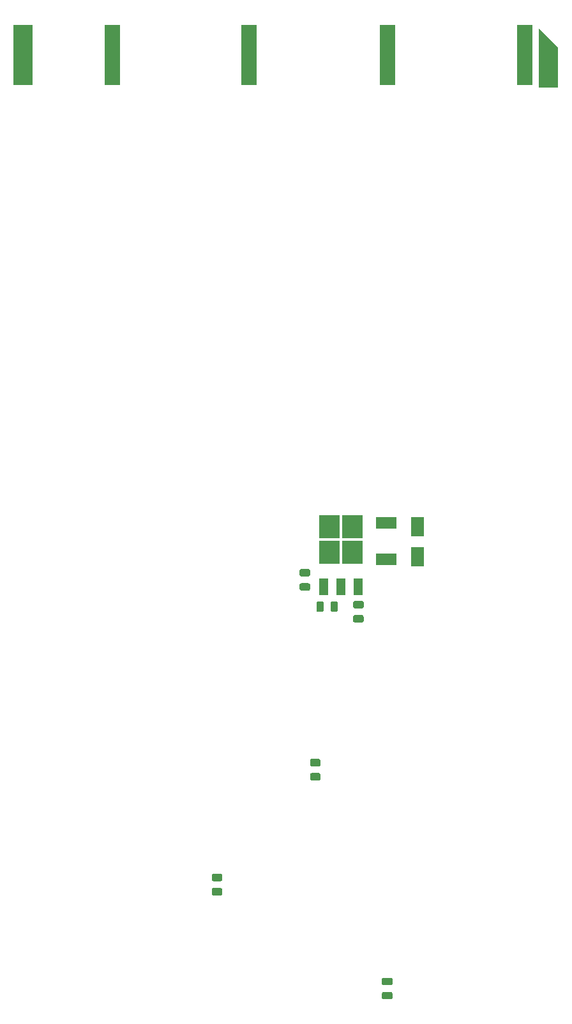
<source format=gbp>
G04 #@! TF.GenerationSoftware,KiCad,Pcbnew,5.1.5*
G04 #@! TF.CreationDate,2020-02-13T16:26:20+03:00*
G04 #@! TF.ProjectId,DC-Soft-Starter-V2,44432d53-6f66-4742-9d53-746172746572,rev?*
G04 #@! TF.SameCoordinates,Original*
G04 #@! TF.FileFunction,Paste,Bot*
G04 #@! TF.FilePolarity,Positive*
%FSLAX46Y46*%
G04 Gerber Fmt 4.6, Leading zero omitted, Abs format (unit mm)*
G04 Created by KiCad (PCBNEW 5.1.5) date 2020-02-13 16:26:20*
%MOMM*%
%LPD*%
G04 APERTURE LIST*
%ADD10R,2.000000X8.000000*%
%ADD11R,2.750000X3.050000*%
%ADD12R,1.200000X2.200000*%
%ADD13C,0.100000*%
%ADD14R,2.700000X1.500000*%
%ADD15R,1.800000X2.500000*%
%ADD16R,2.540000X8.060000*%
G04 APERTURE END LIST*
D10*
X93267000Y-16618800D03*
X75061931Y-16624800D03*
X56702000Y-16626800D03*
X38532000Y-16630800D03*
D11*
X67363000Y-82491800D03*
X70413000Y-79141800D03*
X70413000Y-82491800D03*
X67363000Y-79141800D03*
D12*
X66608000Y-87116800D03*
X68888000Y-87116800D03*
X71168000Y-87116800D03*
D13*
G36*
X97653500Y-15665800D02*
G01*
X97653500Y-20975800D01*
X95113500Y-20975800D01*
X95113500Y-13125800D01*
X97653500Y-15665800D01*
G37*
G36*
X68236642Y-89007974D02*
G01*
X68260303Y-89011484D01*
X68283507Y-89017296D01*
X68306029Y-89025354D01*
X68327653Y-89035582D01*
X68348170Y-89047879D01*
X68367383Y-89062129D01*
X68385107Y-89078193D01*
X68401171Y-89095917D01*
X68415421Y-89115130D01*
X68427718Y-89135647D01*
X68437946Y-89157271D01*
X68446004Y-89179793D01*
X68451816Y-89202997D01*
X68455326Y-89226658D01*
X68456500Y-89250550D01*
X68456500Y-90163050D01*
X68455326Y-90186942D01*
X68451816Y-90210603D01*
X68446004Y-90233807D01*
X68437946Y-90256329D01*
X68427718Y-90277953D01*
X68415421Y-90298470D01*
X68401171Y-90317683D01*
X68385107Y-90335407D01*
X68367383Y-90351471D01*
X68348170Y-90365721D01*
X68327653Y-90378018D01*
X68306029Y-90388246D01*
X68283507Y-90396304D01*
X68260303Y-90402116D01*
X68236642Y-90405626D01*
X68212750Y-90406800D01*
X67725250Y-90406800D01*
X67701358Y-90405626D01*
X67677697Y-90402116D01*
X67654493Y-90396304D01*
X67631971Y-90388246D01*
X67610347Y-90378018D01*
X67589830Y-90365721D01*
X67570617Y-90351471D01*
X67552893Y-90335407D01*
X67536829Y-90317683D01*
X67522579Y-90298470D01*
X67510282Y-90277953D01*
X67500054Y-90256329D01*
X67491996Y-90233807D01*
X67486184Y-90210603D01*
X67482674Y-90186942D01*
X67481500Y-90163050D01*
X67481500Y-89250550D01*
X67482674Y-89226658D01*
X67486184Y-89202997D01*
X67491996Y-89179793D01*
X67500054Y-89157271D01*
X67510282Y-89135647D01*
X67522579Y-89115130D01*
X67536829Y-89095917D01*
X67552893Y-89078193D01*
X67570617Y-89062129D01*
X67589830Y-89047879D01*
X67610347Y-89035582D01*
X67631971Y-89025354D01*
X67654493Y-89017296D01*
X67677697Y-89011484D01*
X67701358Y-89007974D01*
X67725250Y-89006800D01*
X68212750Y-89006800D01*
X68236642Y-89007974D01*
G37*
G36*
X66361642Y-89007974D02*
G01*
X66385303Y-89011484D01*
X66408507Y-89017296D01*
X66431029Y-89025354D01*
X66452653Y-89035582D01*
X66473170Y-89047879D01*
X66492383Y-89062129D01*
X66510107Y-89078193D01*
X66526171Y-89095917D01*
X66540421Y-89115130D01*
X66552718Y-89135647D01*
X66562946Y-89157271D01*
X66571004Y-89179793D01*
X66576816Y-89202997D01*
X66580326Y-89226658D01*
X66581500Y-89250550D01*
X66581500Y-90163050D01*
X66580326Y-90186942D01*
X66576816Y-90210603D01*
X66571004Y-90233807D01*
X66562946Y-90256329D01*
X66552718Y-90277953D01*
X66540421Y-90298470D01*
X66526171Y-90317683D01*
X66510107Y-90335407D01*
X66492383Y-90351471D01*
X66473170Y-90365721D01*
X66452653Y-90378018D01*
X66431029Y-90388246D01*
X66408507Y-90396304D01*
X66385303Y-90402116D01*
X66361642Y-90405626D01*
X66337750Y-90406800D01*
X65850250Y-90406800D01*
X65826358Y-90405626D01*
X65802697Y-90402116D01*
X65779493Y-90396304D01*
X65756971Y-90388246D01*
X65735347Y-90378018D01*
X65714830Y-90365721D01*
X65695617Y-90351471D01*
X65677893Y-90335407D01*
X65661829Y-90317683D01*
X65647579Y-90298470D01*
X65635282Y-90277953D01*
X65625054Y-90256329D01*
X65616996Y-90233807D01*
X65611184Y-90210603D01*
X65607674Y-90186942D01*
X65606500Y-90163050D01*
X65606500Y-89250550D01*
X65607674Y-89226658D01*
X65611184Y-89202997D01*
X65616996Y-89179793D01*
X65625054Y-89157271D01*
X65635282Y-89135647D01*
X65647579Y-89115130D01*
X65661829Y-89095917D01*
X65677893Y-89078193D01*
X65695617Y-89062129D01*
X65714830Y-89047879D01*
X65735347Y-89035582D01*
X65756971Y-89025354D01*
X65779493Y-89017296D01*
X65802697Y-89011484D01*
X65826358Y-89007974D01*
X65850250Y-89006800D01*
X66337750Y-89006800D01*
X66361642Y-89007974D01*
G37*
G36*
X64557142Y-86616474D02*
G01*
X64580803Y-86619984D01*
X64604007Y-86625796D01*
X64626529Y-86633854D01*
X64648153Y-86644082D01*
X64668670Y-86656379D01*
X64687883Y-86670629D01*
X64705607Y-86686693D01*
X64721671Y-86704417D01*
X64735921Y-86723630D01*
X64748218Y-86744147D01*
X64758446Y-86765771D01*
X64766504Y-86788293D01*
X64772316Y-86811497D01*
X64775826Y-86835158D01*
X64777000Y-86859050D01*
X64777000Y-87346550D01*
X64775826Y-87370442D01*
X64772316Y-87394103D01*
X64766504Y-87417307D01*
X64758446Y-87439829D01*
X64748218Y-87461453D01*
X64735921Y-87481970D01*
X64721671Y-87501183D01*
X64705607Y-87518907D01*
X64687883Y-87534971D01*
X64668670Y-87549221D01*
X64648153Y-87561518D01*
X64626529Y-87571746D01*
X64604007Y-87579804D01*
X64580803Y-87585616D01*
X64557142Y-87589126D01*
X64533250Y-87590300D01*
X63620750Y-87590300D01*
X63596858Y-87589126D01*
X63573197Y-87585616D01*
X63549993Y-87579804D01*
X63527471Y-87571746D01*
X63505847Y-87561518D01*
X63485330Y-87549221D01*
X63466117Y-87534971D01*
X63448393Y-87518907D01*
X63432329Y-87501183D01*
X63418079Y-87481970D01*
X63405782Y-87461453D01*
X63395554Y-87439829D01*
X63387496Y-87417307D01*
X63381684Y-87394103D01*
X63378174Y-87370442D01*
X63377000Y-87346550D01*
X63377000Y-86859050D01*
X63378174Y-86835158D01*
X63381684Y-86811497D01*
X63387496Y-86788293D01*
X63395554Y-86765771D01*
X63405782Y-86744147D01*
X63418079Y-86723630D01*
X63432329Y-86704417D01*
X63448393Y-86686693D01*
X63466117Y-86670629D01*
X63485330Y-86656379D01*
X63505847Y-86644082D01*
X63527471Y-86633854D01*
X63549993Y-86625796D01*
X63573197Y-86619984D01*
X63596858Y-86616474D01*
X63620750Y-86615300D01*
X64533250Y-86615300D01*
X64557142Y-86616474D01*
G37*
G36*
X64557142Y-84741474D02*
G01*
X64580803Y-84744984D01*
X64604007Y-84750796D01*
X64626529Y-84758854D01*
X64648153Y-84769082D01*
X64668670Y-84781379D01*
X64687883Y-84795629D01*
X64705607Y-84811693D01*
X64721671Y-84829417D01*
X64735921Y-84848630D01*
X64748218Y-84869147D01*
X64758446Y-84890771D01*
X64766504Y-84913293D01*
X64772316Y-84936497D01*
X64775826Y-84960158D01*
X64777000Y-84984050D01*
X64777000Y-85471550D01*
X64775826Y-85495442D01*
X64772316Y-85519103D01*
X64766504Y-85542307D01*
X64758446Y-85564829D01*
X64748218Y-85586453D01*
X64735921Y-85606970D01*
X64721671Y-85626183D01*
X64705607Y-85643907D01*
X64687883Y-85659971D01*
X64668670Y-85674221D01*
X64648153Y-85686518D01*
X64626529Y-85696746D01*
X64604007Y-85704804D01*
X64580803Y-85710616D01*
X64557142Y-85714126D01*
X64533250Y-85715300D01*
X63620750Y-85715300D01*
X63596858Y-85714126D01*
X63573197Y-85710616D01*
X63549993Y-85704804D01*
X63527471Y-85696746D01*
X63505847Y-85686518D01*
X63485330Y-85674221D01*
X63466117Y-85659971D01*
X63448393Y-85643907D01*
X63432329Y-85626183D01*
X63418079Y-85606970D01*
X63405782Y-85586453D01*
X63395554Y-85564829D01*
X63387496Y-85542307D01*
X63381684Y-85519103D01*
X63378174Y-85495442D01*
X63377000Y-85471550D01*
X63377000Y-84984050D01*
X63378174Y-84960158D01*
X63381684Y-84936497D01*
X63387496Y-84913293D01*
X63395554Y-84890771D01*
X63405782Y-84869147D01*
X63418079Y-84848630D01*
X63432329Y-84829417D01*
X63448393Y-84811693D01*
X63466117Y-84795629D01*
X63485330Y-84781379D01*
X63505847Y-84769082D01*
X63527471Y-84758854D01*
X63549993Y-84750796D01*
X63573197Y-84744984D01*
X63596858Y-84741474D01*
X63620750Y-84740300D01*
X64533250Y-84740300D01*
X64557142Y-84741474D01*
G37*
D14*
X74857000Y-78657800D03*
X74857000Y-83457800D03*
D13*
G36*
X52908942Y-126987974D02*
G01*
X52932603Y-126991484D01*
X52955807Y-126997296D01*
X52978329Y-127005354D01*
X52999953Y-127015582D01*
X53020470Y-127027879D01*
X53039683Y-127042129D01*
X53057407Y-127058193D01*
X53073471Y-127075917D01*
X53087721Y-127095130D01*
X53100018Y-127115647D01*
X53110246Y-127137271D01*
X53118304Y-127159793D01*
X53124116Y-127182997D01*
X53127626Y-127206658D01*
X53128800Y-127230550D01*
X53128800Y-127718050D01*
X53127626Y-127741942D01*
X53124116Y-127765603D01*
X53118304Y-127788807D01*
X53110246Y-127811329D01*
X53100018Y-127832953D01*
X53087721Y-127853470D01*
X53073471Y-127872683D01*
X53057407Y-127890407D01*
X53039683Y-127906471D01*
X53020470Y-127920721D01*
X52999953Y-127933018D01*
X52978329Y-127943246D01*
X52955807Y-127951304D01*
X52932603Y-127957116D01*
X52908942Y-127960626D01*
X52885050Y-127961800D01*
X51972550Y-127961800D01*
X51948658Y-127960626D01*
X51924997Y-127957116D01*
X51901793Y-127951304D01*
X51879271Y-127943246D01*
X51857647Y-127933018D01*
X51837130Y-127920721D01*
X51817917Y-127906471D01*
X51800193Y-127890407D01*
X51784129Y-127872683D01*
X51769879Y-127853470D01*
X51757582Y-127832953D01*
X51747354Y-127811329D01*
X51739296Y-127788807D01*
X51733484Y-127765603D01*
X51729974Y-127741942D01*
X51728800Y-127718050D01*
X51728800Y-127230550D01*
X51729974Y-127206658D01*
X51733484Y-127182997D01*
X51739296Y-127159793D01*
X51747354Y-127137271D01*
X51757582Y-127115647D01*
X51769879Y-127095130D01*
X51784129Y-127075917D01*
X51800193Y-127058193D01*
X51817917Y-127042129D01*
X51837130Y-127027879D01*
X51857647Y-127015582D01*
X51879271Y-127005354D01*
X51901793Y-126997296D01*
X51924997Y-126991484D01*
X51948658Y-126987974D01*
X51972550Y-126986800D01*
X52885050Y-126986800D01*
X52908942Y-126987974D01*
G37*
G36*
X52908942Y-125112974D02*
G01*
X52932603Y-125116484D01*
X52955807Y-125122296D01*
X52978329Y-125130354D01*
X52999953Y-125140582D01*
X53020470Y-125152879D01*
X53039683Y-125167129D01*
X53057407Y-125183193D01*
X53073471Y-125200917D01*
X53087721Y-125220130D01*
X53100018Y-125240647D01*
X53110246Y-125262271D01*
X53118304Y-125284793D01*
X53124116Y-125307997D01*
X53127626Y-125331658D01*
X53128800Y-125355550D01*
X53128800Y-125843050D01*
X53127626Y-125866942D01*
X53124116Y-125890603D01*
X53118304Y-125913807D01*
X53110246Y-125936329D01*
X53100018Y-125957953D01*
X53087721Y-125978470D01*
X53073471Y-125997683D01*
X53057407Y-126015407D01*
X53039683Y-126031471D01*
X53020470Y-126045721D01*
X52999953Y-126058018D01*
X52978329Y-126068246D01*
X52955807Y-126076304D01*
X52932603Y-126082116D01*
X52908942Y-126085626D01*
X52885050Y-126086800D01*
X51972550Y-126086800D01*
X51948658Y-126085626D01*
X51924997Y-126082116D01*
X51901793Y-126076304D01*
X51879271Y-126068246D01*
X51857647Y-126058018D01*
X51837130Y-126045721D01*
X51817917Y-126031471D01*
X51800193Y-126015407D01*
X51784129Y-125997683D01*
X51769879Y-125978470D01*
X51757582Y-125957953D01*
X51747354Y-125936329D01*
X51739296Y-125913807D01*
X51733484Y-125890603D01*
X51729974Y-125866942D01*
X51728800Y-125843050D01*
X51728800Y-125355550D01*
X51729974Y-125331658D01*
X51733484Y-125307997D01*
X51739296Y-125284793D01*
X51747354Y-125262271D01*
X51757582Y-125240647D01*
X51769879Y-125220130D01*
X51784129Y-125200917D01*
X51800193Y-125183193D01*
X51817917Y-125167129D01*
X51837130Y-125152879D01*
X51857647Y-125140582D01*
X51879271Y-125130354D01*
X51901793Y-125122296D01*
X51924997Y-125116484D01*
X51948658Y-125112974D01*
X51972550Y-125111800D01*
X52885050Y-125111800D01*
X52908942Y-125112974D01*
G37*
G36*
X65939142Y-109887974D02*
G01*
X65962803Y-109891484D01*
X65986007Y-109897296D01*
X66008529Y-109905354D01*
X66030153Y-109915582D01*
X66050670Y-109927879D01*
X66069883Y-109942129D01*
X66087607Y-109958193D01*
X66103671Y-109975917D01*
X66117921Y-109995130D01*
X66130218Y-110015647D01*
X66140446Y-110037271D01*
X66148504Y-110059793D01*
X66154316Y-110082997D01*
X66157826Y-110106658D01*
X66159000Y-110130550D01*
X66159000Y-110618050D01*
X66157826Y-110641942D01*
X66154316Y-110665603D01*
X66148504Y-110688807D01*
X66140446Y-110711329D01*
X66130218Y-110732953D01*
X66117921Y-110753470D01*
X66103671Y-110772683D01*
X66087607Y-110790407D01*
X66069883Y-110806471D01*
X66050670Y-110820721D01*
X66030153Y-110833018D01*
X66008529Y-110843246D01*
X65986007Y-110851304D01*
X65962803Y-110857116D01*
X65939142Y-110860626D01*
X65915250Y-110861800D01*
X65002750Y-110861800D01*
X64978858Y-110860626D01*
X64955197Y-110857116D01*
X64931993Y-110851304D01*
X64909471Y-110843246D01*
X64887847Y-110833018D01*
X64867330Y-110820721D01*
X64848117Y-110806471D01*
X64830393Y-110790407D01*
X64814329Y-110772683D01*
X64800079Y-110753470D01*
X64787782Y-110732953D01*
X64777554Y-110711329D01*
X64769496Y-110688807D01*
X64763684Y-110665603D01*
X64760174Y-110641942D01*
X64759000Y-110618050D01*
X64759000Y-110130550D01*
X64760174Y-110106658D01*
X64763684Y-110082997D01*
X64769496Y-110059793D01*
X64777554Y-110037271D01*
X64787782Y-110015647D01*
X64800079Y-109995130D01*
X64814329Y-109975917D01*
X64830393Y-109958193D01*
X64848117Y-109942129D01*
X64867330Y-109927879D01*
X64887847Y-109915582D01*
X64909471Y-109905354D01*
X64931993Y-109897296D01*
X64955197Y-109891484D01*
X64978858Y-109887974D01*
X65002750Y-109886800D01*
X65915250Y-109886800D01*
X65939142Y-109887974D01*
G37*
G36*
X65939142Y-111762974D02*
G01*
X65962803Y-111766484D01*
X65986007Y-111772296D01*
X66008529Y-111780354D01*
X66030153Y-111790582D01*
X66050670Y-111802879D01*
X66069883Y-111817129D01*
X66087607Y-111833193D01*
X66103671Y-111850917D01*
X66117921Y-111870130D01*
X66130218Y-111890647D01*
X66140446Y-111912271D01*
X66148504Y-111934793D01*
X66154316Y-111957997D01*
X66157826Y-111981658D01*
X66159000Y-112005550D01*
X66159000Y-112493050D01*
X66157826Y-112516942D01*
X66154316Y-112540603D01*
X66148504Y-112563807D01*
X66140446Y-112586329D01*
X66130218Y-112607953D01*
X66117921Y-112628470D01*
X66103671Y-112647683D01*
X66087607Y-112665407D01*
X66069883Y-112681471D01*
X66050670Y-112695721D01*
X66030153Y-112708018D01*
X66008529Y-112718246D01*
X65986007Y-112726304D01*
X65962803Y-112732116D01*
X65939142Y-112735626D01*
X65915250Y-112736800D01*
X65002750Y-112736800D01*
X64978858Y-112735626D01*
X64955197Y-112732116D01*
X64931993Y-112726304D01*
X64909471Y-112718246D01*
X64887847Y-112708018D01*
X64867330Y-112695721D01*
X64848117Y-112681471D01*
X64830393Y-112665407D01*
X64814329Y-112647683D01*
X64800079Y-112628470D01*
X64787782Y-112607953D01*
X64777554Y-112586329D01*
X64769496Y-112563807D01*
X64763684Y-112540603D01*
X64760174Y-112516942D01*
X64759000Y-112493050D01*
X64759000Y-112005550D01*
X64760174Y-111981658D01*
X64763684Y-111957997D01*
X64769496Y-111934793D01*
X64777554Y-111912271D01*
X64787782Y-111890647D01*
X64800079Y-111870130D01*
X64814329Y-111850917D01*
X64830393Y-111833193D01*
X64848117Y-111817129D01*
X64867330Y-111802879D01*
X64887847Y-111790582D01*
X64909471Y-111780354D01*
X64931993Y-111772296D01*
X64955197Y-111766484D01*
X64978858Y-111762974D01*
X65002750Y-111761800D01*
X65915250Y-111761800D01*
X65939142Y-111762974D01*
G37*
G36*
X75479142Y-140746174D02*
G01*
X75502803Y-140749684D01*
X75526007Y-140755496D01*
X75548529Y-140763554D01*
X75570153Y-140773782D01*
X75590670Y-140786079D01*
X75609883Y-140800329D01*
X75627607Y-140816393D01*
X75643671Y-140834117D01*
X75657921Y-140853330D01*
X75670218Y-140873847D01*
X75680446Y-140895471D01*
X75688504Y-140917993D01*
X75694316Y-140941197D01*
X75697826Y-140964858D01*
X75699000Y-140988750D01*
X75699000Y-141476250D01*
X75697826Y-141500142D01*
X75694316Y-141523803D01*
X75688504Y-141547007D01*
X75680446Y-141569529D01*
X75670218Y-141591153D01*
X75657921Y-141611670D01*
X75643671Y-141630883D01*
X75627607Y-141648607D01*
X75609883Y-141664671D01*
X75590670Y-141678921D01*
X75570153Y-141691218D01*
X75548529Y-141701446D01*
X75526007Y-141709504D01*
X75502803Y-141715316D01*
X75479142Y-141718826D01*
X75455250Y-141720000D01*
X74542750Y-141720000D01*
X74518858Y-141718826D01*
X74495197Y-141715316D01*
X74471993Y-141709504D01*
X74449471Y-141701446D01*
X74427847Y-141691218D01*
X74407330Y-141678921D01*
X74388117Y-141664671D01*
X74370393Y-141648607D01*
X74354329Y-141630883D01*
X74340079Y-141611670D01*
X74327782Y-141591153D01*
X74317554Y-141569529D01*
X74309496Y-141547007D01*
X74303684Y-141523803D01*
X74300174Y-141500142D01*
X74299000Y-141476250D01*
X74299000Y-140988750D01*
X74300174Y-140964858D01*
X74303684Y-140941197D01*
X74309496Y-140917993D01*
X74317554Y-140895471D01*
X74327782Y-140873847D01*
X74340079Y-140853330D01*
X74354329Y-140834117D01*
X74370393Y-140816393D01*
X74388117Y-140800329D01*
X74407330Y-140786079D01*
X74427847Y-140773782D01*
X74449471Y-140763554D01*
X74471993Y-140755496D01*
X74495197Y-140749684D01*
X74518858Y-140746174D01*
X74542750Y-140745000D01*
X75455250Y-140745000D01*
X75479142Y-140746174D01*
G37*
G36*
X75479142Y-138871174D02*
G01*
X75502803Y-138874684D01*
X75526007Y-138880496D01*
X75548529Y-138888554D01*
X75570153Y-138898782D01*
X75590670Y-138911079D01*
X75609883Y-138925329D01*
X75627607Y-138941393D01*
X75643671Y-138959117D01*
X75657921Y-138978330D01*
X75670218Y-138998847D01*
X75680446Y-139020471D01*
X75688504Y-139042993D01*
X75694316Y-139066197D01*
X75697826Y-139089858D01*
X75699000Y-139113750D01*
X75699000Y-139601250D01*
X75697826Y-139625142D01*
X75694316Y-139648803D01*
X75688504Y-139672007D01*
X75680446Y-139694529D01*
X75670218Y-139716153D01*
X75657921Y-139736670D01*
X75643671Y-139755883D01*
X75627607Y-139773607D01*
X75609883Y-139789671D01*
X75590670Y-139803921D01*
X75570153Y-139816218D01*
X75548529Y-139826446D01*
X75526007Y-139834504D01*
X75502803Y-139840316D01*
X75479142Y-139843826D01*
X75455250Y-139845000D01*
X74542750Y-139845000D01*
X74518858Y-139843826D01*
X74495197Y-139840316D01*
X74471993Y-139834504D01*
X74449471Y-139826446D01*
X74427847Y-139816218D01*
X74407330Y-139803921D01*
X74388117Y-139789671D01*
X74370393Y-139773607D01*
X74354329Y-139755883D01*
X74340079Y-139736670D01*
X74327782Y-139716153D01*
X74317554Y-139694529D01*
X74309496Y-139672007D01*
X74303684Y-139648803D01*
X74300174Y-139625142D01*
X74299000Y-139601250D01*
X74299000Y-139113750D01*
X74300174Y-139089858D01*
X74303684Y-139066197D01*
X74309496Y-139042993D01*
X74317554Y-139020471D01*
X74327782Y-138998847D01*
X74340079Y-138978330D01*
X74354329Y-138959117D01*
X74370393Y-138941393D01*
X74388117Y-138925329D01*
X74407330Y-138911079D01*
X74427847Y-138898782D01*
X74449471Y-138888554D01*
X74471993Y-138880496D01*
X74495197Y-138874684D01*
X74518858Y-138871174D01*
X74542750Y-138870000D01*
X75455250Y-138870000D01*
X75479142Y-138871174D01*
G37*
D15*
X79048000Y-83121600D03*
X79048000Y-79121600D03*
D13*
G36*
X71654142Y-88966474D02*
G01*
X71677803Y-88969984D01*
X71701007Y-88975796D01*
X71723529Y-88983854D01*
X71745153Y-88994082D01*
X71765670Y-89006379D01*
X71784883Y-89020629D01*
X71802607Y-89036693D01*
X71818671Y-89054417D01*
X71832921Y-89073630D01*
X71845218Y-89094147D01*
X71855446Y-89115771D01*
X71863504Y-89138293D01*
X71869316Y-89161497D01*
X71872826Y-89185158D01*
X71874000Y-89209050D01*
X71874000Y-89696550D01*
X71872826Y-89720442D01*
X71869316Y-89744103D01*
X71863504Y-89767307D01*
X71855446Y-89789829D01*
X71845218Y-89811453D01*
X71832921Y-89831970D01*
X71818671Y-89851183D01*
X71802607Y-89868907D01*
X71784883Y-89884971D01*
X71765670Y-89899221D01*
X71745153Y-89911518D01*
X71723529Y-89921746D01*
X71701007Y-89929804D01*
X71677803Y-89935616D01*
X71654142Y-89939126D01*
X71630250Y-89940300D01*
X70717750Y-89940300D01*
X70693858Y-89939126D01*
X70670197Y-89935616D01*
X70646993Y-89929804D01*
X70624471Y-89921746D01*
X70602847Y-89911518D01*
X70582330Y-89899221D01*
X70563117Y-89884971D01*
X70545393Y-89868907D01*
X70529329Y-89851183D01*
X70515079Y-89831970D01*
X70502782Y-89811453D01*
X70492554Y-89789829D01*
X70484496Y-89767307D01*
X70478684Y-89744103D01*
X70475174Y-89720442D01*
X70474000Y-89696550D01*
X70474000Y-89209050D01*
X70475174Y-89185158D01*
X70478684Y-89161497D01*
X70484496Y-89138293D01*
X70492554Y-89115771D01*
X70502782Y-89094147D01*
X70515079Y-89073630D01*
X70529329Y-89054417D01*
X70545393Y-89036693D01*
X70563117Y-89020629D01*
X70582330Y-89006379D01*
X70602847Y-88994082D01*
X70624471Y-88983854D01*
X70646993Y-88975796D01*
X70670197Y-88969984D01*
X70693858Y-88966474D01*
X70717750Y-88965300D01*
X71630250Y-88965300D01*
X71654142Y-88966474D01*
G37*
G36*
X71654142Y-90841474D02*
G01*
X71677803Y-90844984D01*
X71701007Y-90850796D01*
X71723529Y-90858854D01*
X71745153Y-90869082D01*
X71765670Y-90881379D01*
X71784883Y-90895629D01*
X71802607Y-90911693D01*
X71818671Y-90929417D01*
X71832921Y-90948630D01*
X71845218Y-90969147D01*
X71855446Y-90990771D01*
X71863504Y-91013293D01*
X71869316Y-91036497D01*
X71872826Y-91060158D01*
X71874000Y-91084050D01*
X71874000Y-91571550D01*
X71872826Y-91595442D01*
X71869316Y-91619103D01*
X71863504Y-91642307D01*
X71855446Y-91664829D01*
X71845218Y-91686453D01*
X71832921Y-91706970D01*
X71818671Y-91726183D01*
X71802607Y-91743907D01*
X71784883Y-91759971D01*
X71765670Y-91774221D01*
X71745153Y-91786518D01*
X71723529Y-91796746D01*
X71701007Y-91804804D01*
X71677803Y-91810616D01*
X71654142Y-91814126D01*
X71630250Y-91815300D01*
X70717750Y-91815300D01*
X70693858Y-91814126D01*
X70670197Y-91810616D01*
X70646993Y-91804804D01*
X70624471Y-91796746D01*
X70602847Y-91786518D01*
X70582330Y-91774221D01*
X70563117Y-91759971D01*
X70545393Y-91743907D01*
X70529329Y-91726183D01*
X70515079Y-91706970D01*
X70502782Y-91686453D01*
X70492554Y-91664829D01*
X70484496Y-91642307D01*
X70478684Y-91619103D01*
X70475174Y-91595442D01*
X70474000Y-91571550D01*
X70474000Y-91084050D01*
X70475174Y-91060158D01*
X70478684Y-91036497D01*
X70484496Y-91013293D01*
X70492554Y-90990771D01*
X70502782Y-90969147D01*
X70515079Y-90948630D01*
X70529329Y-90929417D01*
X70545393Y-90911693D01*
X70563117Y-90895629D01*
X70582330Y-90881379D01*
X70602847Y-90869082D01*
X70624471Y-90858854D01*
X70646993Y-90850796D01*
X70670197Y-90844984D01*
X70693858Y-90841474D01*
X70717750Y-90840300D01*
X71630250Y-90840300D01*
X71654142Y-90841474D01*
G37*
D16*
X26724000Y-16618300D03*
M02*

</source>
